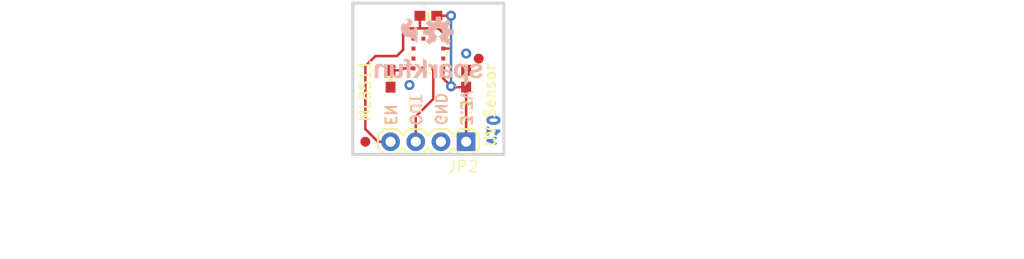
<source format=kicad_pcb>
(kicad_pcb (version 20211014) (generator pcbnew)
  (layers (0 "F.Cu" signal) (31 "B.Cu" signal) (34 "B.Paste" user) (35 "F.Paste" user) (36 "B.SilkS" user "B.Silkscreen") (37 "F.SilkS" user "F.Silkscreen") (38 "B.Mask" user) (39 "F.Mask" user) (44 "Edge.Cuts" user))
  (net 0 "")
  (net 1 "GND")
  (net 2 "3.3V")
  (net 3 "ENABLE")
  (net 4 "OUT")
  (net 5 "N$3")
  (footprint "boardEagle:ML8511" (layer "F.Cu") (at 148.5011 102.4636 -90)
    (fp_text reference "U1" hide)
    (fp_text value "ML8511-UV-SENSOR" hide)
    (fp_line (start 0.2 -1.9) (end -0.2 -1.9) (layer "F.SilkS") (width 0.2032))
    (fp_line (start 0.2 1.9) (end -0.2 1.9) (layer "F.SilkS") (width 0.2032))
    (fp_line (start -2 -0.2) (end -2 0.2) (layer "F.SilkS") (width 0.2032))
    (fp_line (start 2 0.2) (end 2 -0.2) (layer "F.SilkS") (width 0.2032))
    (pad "1" smd rect (at -1.5 1.5 270) (size 0.4 0.4) (layers "F.Cu" "F.Paste" "F.Mask"))
    (pad "2" smd rect (at -1.5 0.5 270) (size 0.4 0.4) (layers "F.Cu" "F.Paste" "F.Mask"))
    (pad "3" smd rect (at -1.5 -0.5 270) (size 0.4 0.4) (layers "F.Cu" "F.Paste" "F.Mask"))
    (pad "4" smd rect (at -1.5 -1.5 270) (size 0.4 0.4) (layers "F.Cu" "F.Paste" "F.Mask") (net 3 "ENABLE"))
    (pad "5" smd rect (at -0.5 -1.5 270) (size 0.4 0.4) (layers "F.Cu" "F.Paste" "F.Mask") (net 1 "GND"))
    (pad "6" smd rect (at 0.5 -1.5 270) (size 0.4 0.4) (layers "F.Cu" "F.Paste" "F.Mask"))
    (pad "7" smd rect (at 1.5 -1.5 270) (size 0.4 0.4) (layers "F.Cu" "F.Paste" "F.Mask") (net 2 "3.3V"))
    (pad "8" smd rect (at 1.5 -0.5 270) (size 0.4 0.4) (layers "F.Cu" "F.Paste" "F.Mask") (net 4 "OUT"))
    (pad "9" smd rect (at 1.5 0.5 270) (size 0.4 0.4) (layers "F.Cu" "F.Paste" "F.Mask"))
    (pad "10" smd rect (at 1.5 1.5 270) (size 0.4 0.4) (layers "F.Cu" "F.Paste" "F.Mask") (net 5 "N$3"))
    (pad "11" smd rect (at 0.5 1.5 270) (size 0.4 0.4) (layers "F.Cu" "F.Paste" "F.Mask"))
    (pad "12" smd rect (at -0.5 1.5 270) (size 0.4 0.4) (layers "F.Cu" "F.Paste" "F.Mask"))
  )
  (footprint "boardEagle:0603-CAP" (layer "F.Cu") (at 144.6911 105.0036 -90)
    (fp_text reference "C1" (at -0.889 -0.762 -90) (layer "F.SilkS") (effects (font (size 0.373888 0.373888) (thickness 0.032512)) (justify left bottom)))
    (fp_text value "1nF")
    (fp_line (start 0 -0.0305) (end 0 0.0305) (layer "F.SilkS") (width 0.5588))
    (pad "1" smd rect (at -0.85 0 270) (size 1.1 1) (layers "F.Cu" "F.Paste" "F.Mask") (net 5 "N$3"))
    (pad "2" smd rect (at 0.85 0 270) (size 1.1 1) (layers "F.Cu" "F.Paste" "F.Mask") (net 1 "GND"))
  )
  (footprint "boardEagle:0603-CAP" (layer "F.Cu") (at 152.3111 105.0036 90)
    (fp_text reference "C2" (at -0.889 -0.762 90) (layer "F.SilkS") (effects (font (size 0.373888 0.373888) (thickness 0.032512)) (justify left bottom)))
    (fp_text value "0.1uF")
    (fp_line (start 0 -0.0305) (end 0 0.0305) (layer "F.SilkS") (width 0.5588))
    (pad "1" smd rect (at -0.85 0 90) (size 1.1 1) (layers "F.Cu" "F.Paste" "F.Mask") (net 2 "3.3V"))
    (pad "2" smd rect (at 0.85 0 90) (size 1.1 1) (layers "F.Cu" "F.Paste" "F.Mask") (net 1 "GND"))
  )
  (footprint "boardEagle:FIDUCIAL-1X2" (layer "F.Cu") (at 153.5811 102.9716)
    (fp_text reference "FID1" hide)
    (fp_text value "FIDUCIAL1X2" hide)
    (pad "1" smd roundrect (at 0 0) (size 1 1) (layers "F.Cu" "F.Mask") (roundrect_rratio 0.5))
  )
  (footprint "boardEagle:STAND-OFF" (layer "F.Cu") (at 153.5811 99.9236)
    (fp_text reference "STANDOFF1" hide)
    (fp_text value "STAND-OFF" hide)
    (pad "" np_thru_hole circle (at 0 0) (size 3.302 3.302) (drill 3.302) (layers *.Cu *.Mask))
  )
  (footprint "boardEagle:1X04" (layer "F.Cu") (at 152.3111 111.3536 180)
    (fp_text reference "JP2" (at -1.3462 -1.8288 180) (layer "F.SilkS") (effects (font (size 1.143 1.143) (thickness 0.127)) (justify right top)))
    (fp_text value "")
    (fp_line (start 6.985 -1.27) (end 6.35 -0.635) (layer "F.SilkS") (width 0.2032))
    (fp_line (start -1.27 0.635) (end -0.635 1.27) (layer "F.SilkS") (width 0.2032))
    (fp_line (start 0.635 -1.27) (end 1.27 -0.635) (layer "F.SilkS") (width 0.2032))
    (fp_line (start 6.35 0.635) (end 5.715 1.27) (layer "F.SilkS") (width 0.2032))
    (fp_line (start 3.81 -0.635) (end 4.445 -1.27) (layer "F.SilkS") (width 0.2032))
    (fp_line (start 8.89 0.635) (end 8.255 1.27) (layer "F.SilkS") (width 0.2032))
    (fp_line (start 1.27 -0.635) (end 1.905 -1.27) (layer "F.SilkS") (width 0.2032))
    (fp_line (start 6.985 -1.27) (end 8.255 -1.27) (layer "F.SilkS") (width 0.2032))
    (fp_line (start 8.255 -1.27) (end 8.89 -0.635) (layer "F.SilkS") (width 0.2032))
    (fp_line (start -1.27 -0.635) (end -1.27 0.635) (layer "F.SilkS") (width 0.2032))
    (fp_line (start 1.27 0.635) (end 0.635 1.27) (layer "F.SilkS") (width 0.2032))
    (fp_line (start 0.635 1.27) (end -0.635 1.27) (layer "F.SilkS") (width 0.2032))
    (fp_line (start 8.89 -0.635) (end 8.89 0.635) (layer "F.SilkS") (width 0.2032))
    (fp_line (start 6.35 0.635) (end 6.985 1.27) (layer "F.SilkS") (width 0.2032))
    (fp_line (start 3.175 -1.27) (end 3.81 -0.635) (layer "F.SilkS") (width 0.2032))
    (fp_line (start -0.635 -1.27) (end -1.27 -0.635) (layer "F.SilkS") (width 0.2032))
    (fp_line (start 1.905 -1.27) (end 3.175 -1.27) (layer "F.SilkS") (width 0.2032))
    (fp_line (start 4.445 -1.27) (end 5.715 -1.27) (layer "F.SilkS") (width 0.2032))
    (fp_line (start 3.81 0.635) (end 3.175 1.27) (layer "F.SilkS") (width 0.2032))
    (fp_line (start 5.715 -1.27) (end 6.35 -0.635) (layer "F.SilkS") (width 0.2032))
    (fp_line (start 4.445 1.27) (end 3.81 0.635) (layer "F.SilkS") (width 0.2032))
    (fp_line (start 5.715 1.27) (end 4.445 1.27) (layer "F.SilkS") (width 0.2032))
    (fp_line (start -0.635 -1.27) (end 0.635 -1.27) (layer "F.SilkS") (width 0.2032))
    (fp_line (start 8.255 1.27) (end 6.985 1.27) (layer "F.SilkS") (width 0.2032))
    (fp_line (start 1.905 1.27) (end 1.27 0.635) (layer "F.SilkS") (width 0.2032))
    (fp_line (start 3.175 1.27) (end 1.905 1.27) (layer "F.SilkS") (width 0.2032))
    (pad "1" thru_hole rect (at 0 0 270) (size 1.8796 1.8796) (drill 1.016) (layers *.Cu *.Mask) (net 2 "3.3V"))
    (pad "2" thru_hole circle (at 2.54 0 270) (size 1.8796 1.8796) (drill 1.016) (layers *.Cu *.Mask) (net 1 "GND"))
    (pad "3" thru_hole circle (at 5.08 0 270) (size 1.8796 1.8796) (drill 1.016) (layers *.Cu *.Mask) (net 4 "OUT"))
    (pad "4" thru_hole circle (at 7.62 0 270) (size 1.8796 1.8796) (drill 1.016) (layers *.Cu *.Mask) (net 3 "ENABLE"))
  )
  (footprint "boardEagle:CREATIVE_COMMONS" (layer "F.Cu") (at 125.6411 122.7836)
    (fp_text reference "FRAME2" hide)
    (fp_text value "FRAME-LETTER" hide)
  )
  (footprint "boardEagle:FIDUCIAL-1X2" (layer "F.Cu") (at 142.1511 111.3536)
    (fp_text reference "FID2" hide)
    (fp_text value "FIDUCIAL1X2" hide)
    (pad "1" smd roundrect (at 0 0) (size 1 1) (layers "F.Cu" "F.Mask") (roundrect_rratio 0.5))
  )
  (footprint "boardEagle:STAND-OFF" (layer "F.Cu") (at 143.4211 99.9236)
    (fp_text reference "STANDOFF2" hide)
    (fp_text value "STAND-OFF" hide)
    (pad "" np_thru_hole circle (at 0 0) (size 3.302 3.302) (drill 3.302) (layers *.Cu *.Mask))
  )
  (footprint "boardEagle:0603-RES" (layer "F.Cu") (at 148.5011 98.6536)
    (fp_text reference "R1" (at -0.889 -0.762) (layer "F.SilkS") (effects (font (size 0.373888 0.373888) (thickness 0.032512)) (justify left bottom)))
    (fp_text value "10K")
    (fp_poly (pts (xy -0.2286 0.381) (xy 0.2286 0.381) (xy 0.2286 -0.381) (xy -0.2286 -0.381)) (layer "F.SilkS") (width 0) (fill solid))
    (pad "1" smd rect (at -0.85 0) (size 1.1 1) (layers "F.Cu" "F.Paste" "F.Mask") (net 3 "ENABLE"))
    (pad "2" smd rect (at 0.85 0) (size 1.1 1) (layers "F.Cu" "F.Paste" "F.Mask") (net 2 "3.3V"))
  )
  (footprint "boardEagle:OSHW-LOGO-S" (layer "B.Cu") (at 149.5171 100.3046 180)
    (fp_text reference "LOGO2" hide)
    (fp_text value "OSHW-LOGOS" hide)
    (fp_poly (pts (xy 0.301647 1.061351) (xy 0.42347 1.022344) (xy 0.537177 0.963769) (xy 0.92862 1.282946) (xy 1.282946 0.92862) (xy 0.961035 0.533823) (xy 1.057046 0.302084) (xy 1.5638 0.250561) (xy 1.5638 -0.250561) (xy 1.057046 -0.302084) (xy 0.961035 -0.533823) (xy 1.282946 -0.92862) (xy 0.92862 -1.282946) (xy 0.537177 -0.96377) (xy 0.356601 -1.056794) (xy 0.088679 -0.410073) (xy 0.326262 -0.2176) (xy 0.373649 -0.121468) (xy 0.392729 -0.010339) (xy 0.379464 0.101634) (xy 0.334947 0.205229) (xy 0.262842 0.291918) (xy 0.169087 0.354561) (xy 0.061406 0.387999) (xy -0.051342 0.38948) (xy -0.159868 0.358881) (xy -0.255234 0.298724) (xy -0.329589 0.213962) (xy -0.376813 0.111569) (xy -0.392176 0.005767) (xy -0.322923 -0.222565) (xy -0.249312 -0.303773) (xy 0.091677 -0.5081) (xy -0.12929 -0.5081) (xy -0.355332 -1.053732) (xy -0.506597 -0.983577) (xy -0.538922 -0.965192) (xy -0.92862 -1.282946) (xy -1.282946 -0.92862) (xy -0.961035 -0.533823) (xy -1.057046 -0.302084) (xy -1.5638 -0.250561) (xy -1.5638 0.250561) (xy -1.057046 0.302084) (xy -0.961035 0.533823) (xy -1.282946 0.92862) (xy -0.92862 1.282946) (xy -0.533823 0.961035) (xy -0.302084 1.057046) (xy -0.250561 1.5638) (xy 0.250561 1.5638)) (layer "B.SilkS") (width 0) (fill solid))
  )
  (footprint "boardEagle:SFE_LOGO_NAME_.1" (layer "B.Cu") (at 154.4701 106.2736 180)
    (fp_text reference "LOGO4" hide)
    (fp_text value "SFE_LOGO_NAME.1_INCH" hide)
    (fp_poly (pts (xy 1.37 2.78) (xy 1.47 2.75) (xy 1.56 2.7) (xy 1.64 2.64) (xy 1.71 2.56) (xy 1.75 2.46) (xy 1.77 2.35) (xy 1.4 2.35) (xy 1.39 2.4) (xy 1.38 2.44) (xy 1.32 2.5) (xy 1.28 2.52) (xy 1.24 2.53) (xy 1.19 2.54) (xy 1.1 2.54) (xy 1.07 2.53) (xy 1.03 2.53) (xy 1 2.52) (xy 0.94 2.48) (xy 0.93 2.45) (xy 0.92 2.41) (xy 0.93 2.36) (xy 0.96 2.32) (xy 1 2.29) (xy 1.06 2.27) (xy 1.2 2.23) (xy 1.28 2.22) (xy 1.36 2.2) (xy 1.45 2.18) (xy 1.53 2.15) (xy 1.6 2.12) (xy 1.67 2.08) (xy 1.73 2.03) (xy 1.77 1.97) (xy 1.8 1.89) (xy 1.81 1.8) (xy 1.8 1.67) (xy 1.75 1.57) (xy 1.69 1.48) (xy 1.61 1.42) (xy 1.51 1.37) (xy 1.4 1.33) (xy 1.28 1.31) (xy 1.04 1.31) (xy 0.92 1.33) (xy 0.81 1.37) (xy 0.71 1.42) (xy 0.63 1.48) (xy 0.56 1.57) (xy 0.52 1.68) (xy 0.5 1.8) (xy 0.87 1.8) (xy 0.88 1.74) (xy 0.9 1.7) (xy 0.92 1.65) (xy 0.96 1.62) (xy 1.06 1.58) (xy 1.11 1.57) (xy 1.17 1.56) (xy 1.21 1.57) (xy 1.25 1.57) (xy 1.3 1.59) (xy 1.34 1.6) (xy 1.4 1.66) (xy 1.42 1.7) (xy 1.42 1.75) (xy 1.41 1.79) (xy 1.39 1.82) (xy 1.36 1.85) (xy 1.31 1.88) (xy 1.17 1.92) (xy 1.08 1.94) (xy 0.98 1.96) (xy 0.9 1.99) (xy 0.82 2.01) (xy 0.74 2.04) (xy 0.67 2.08) (xy 0.57 2.18) (xy 0.54 2.26) (xy 0.53 2.34) (xy 0.55 2.47) (xy 0.59 2.57) (xy 0.65 2.64) (xy 0.73 2.7) (xy 0.82 2.75) (xy 0.92 2.78) (xy 1.03 2.79) (xy 1.15 2.8)) (layer "B.SilkS") (width 0) (fill solid))
    (fp_poly (pts (xy 8.34 3.29) (xy 8.44 3.29) (xy 8.44 3) (xy 8.26 3) (xy 8.2 2.98) (xy 8.18 2.97) (xy 8.17 2.94) (xy 8.16 2.92) (xy 8.15 2.88) (xy 8.15 2.76) (xy 8.42 2.76) (xy 8.42 2.5) (xy 8.15 2.5) (xy 8.15 1.34) (xy 7.76 1.34) (xy 7.76 2.5) (xy 7.38 2.5) (xy 7.44 2.56) (xy 7.48 2.59) (xy 7.51 2.63) (xy 7.57 2.69) (xy 7.61 2.72) (xy 7.64 2.76) (xy 7.76 2.76) (xy 7.76 2.87) (xy 7.77 2.96) (xy 7.79 3.04) (xy 7.83 3.11) (xy 7.88 3.17) (xy 7.94 3.23) (xy 8.02 3.26) (xy 8.12 3.29) (xy 8.23 3.3) (xy 8.31 3.3)) (layer "B.SilkS") (width 0) (fill solid))
    (fp_poly (pts (xy 2.92 2.78) (xy 3.05 2.73) (xy 3.16 2.66) (xy 3.25 2.57) (xy 3.32 2.45) (xy 3.37 2.32) (xy 3.4 2.18) (xy 3.4 2.04) (xy 3.02 2.05) (xy 3 2.21) (xy 2.97 2.29) (xy 2.94 2.36) (xy 2.89 2.42) (xy 2.83 2.46) (xy 2.76 2.49) (xy 2.68 2.5) (xy 2.59 2.49) (xy 2.52 2.46) (xy 2.46 2.42) (xy 2.41 2.36) (xy 2.38 2.29) (xy 2.34 2.13) (xy 2.34 1.96) (xy 2.38 1.8) (xy 2.46 1.68) (xy 2.52 1.64) (xy 2.59 1.61) (xy 2.68 1.6) (xy 2.77 1.61) (xy 2.84 1.64) (xy 2.9 1.68) (xy 2.98 1.8) (xy 3.32 1.64) (xy 3.25 1.53) (xy 3.16 1.44) (xy 3.06 1.37) (xy 2.93 1.32) (xy 2.78 1.31) (xy 2.72 1.31) (xy 2.66 1.32) (xy 2.54 1.36) (xy 2.49 1.39) (xy 2.44 1.43) (xy 2.4 1.47) (xy 2.36 1.52) (xy 2.36 0.5) (xy 2.31 0.54) (xy 2.26 0.59) (xy 2.16 0.67) (xy 2.07 0.76) (xy 2.02 0.8) (xy 1.97 0.85) (xy 1.97 2.69) (xy 2.02 2.7) (xy 2.06 2.71) (xy 2.11 2.72) (xy 2.15 2.72) (xy 2.25 2.74) (xy 2.29 2.75) (xy 2.34 2.76) (xy 2.34 2.58) (xy 2.42 2.68) (xy 2.52 2.74) (xy 2.58 2.77) (xy 2.76 2.8)) (layer "B.SilkS") (width 0) (fill solid))
    (fp_poly (pts (xy 3.4 2.04) (xy 3.39 1.9) (xy 3.37 1.76) (xy 3.32 1.64) (xy 2.98 1.8) (xy 3 1.88) (xy 3.01 1.96) (xy 3.02 2.05)) (layer "B.SilkS") (width 0) (fill solid))
    (fp_poly (pts (xy 4.29 1.98) (xy 4.27 1.97) (xy 4.23 1.97) (xy 4.2 1.96) (xy 4.16 1.96) (xy 4.13 1.95) (xy 4.11 1.95) (xy 4.09 1.94) (xy 4.07 1.94) (xy 3.99 2.15) (xy 4.08 2.17) (xy 4.17 2.18) (xy 4.25 2.19)) (layer "B.SilkS") (width 0) (fill solid))
    (fp_poly (pts (xy 6.51 2.25) (xy 7 2.76) (xy 7.46 2.76) (xy 6.93 2.24) (xy 7.52 1.34) (xy 7.05 1.34) (xy 6.66 1.98) (xy 6.51 1.83) (xy 6.51 1.34) (xy 6.13 1.34) (xy 6.13 3.08) (xy 6.51 3.3)) (layer "B.SilkS") (width 0) (fill solid))
    (fp_poly (pts (xy 4.39 2.78) (xy 4.44 2.78) (xy 4.49 2.77) (xy 4.55 2.75) (xy 4.59 2.74) (xy 4.64 2.72) (xy 4.68 2.7) (xy 4.72 2.67) (xy 4.79 2.6) (xy 4.81 2.55) (xy 4.83 2.51) (xy 4.85 2.39) (xy 4.85 1.49) (xy 4.86 1.47) (xy 4.86 1.43) (xy 4.87 1.41) (xy 4.87 1.4) (xy 4.88 1.38) (xy 4.88 1.37) (xy 4.89 1.35) (xy 4.89 1.34) (xy 4.5 1.34) (xy 4.5 1.36) (xy 4.49 1.37) (xy 4.49 1.38) (xy 4.48 1.39) (xy 4.48 1.45) (xy 4.47 1.46) (xy 4.47 1.48) (xy 4.45 1.46) (xy 4.43 1.43) (xy 4.4 1.41) (xy 4.37 1.4) (xy 4.34 1.38) (xy 4.32 1.37) (xy 4.29 1.35) (xy 4.26 1.34) (xy 4.22 1.33) (xy 4.19 1.32) (xy 4.16 1.32) (xy 4.13 1.31) (xy 4.06 1.31) (xy 4.03 1.3) (xy 3.95 1.3) (xy 3.9 1.31) (xy 3.85 1.31) (xy 3.81 1.33) (xy 3.77 1.34) (xy 3.69 1.38) (xy 3.66 1.4) (xy 3.6 1.46) (xy 3.57 1.5) (xy 3.55 1.54) (xy 3.53 1.62) (xy 3.52 1.67) (xy 3.52 1.72) (xy 3.53 1.83) (xy 3.56 1.92) (xy 3.61 1.99) (xy 3.67 2.05) (xy 3.74 2.09) (xy 3.82 2.12) (xy 3.91 2.14) (xy 3.99 2.15) (xy 4.07 1.94) (xy 3.97 1.89) (xy 3.93 1.85) (xy 3.91 1.81) (xy 3.91 1.77) (xy 3.9 1.74) (xy 3.91 1.72) (xy 3.91 1.7) (xy 3.92 1.67) (xy 3.92 1.66) (xy 3.93 1.64) (xy 3.96 1.61) (xy 3.98 1.6) (xy 3.99 1.59) (xy 4.01 1.58) (xy 4.03 1.58) (xy 4.05 1.57) (xy 4.2 1.57) (xy 4.32 1.6) (xy 4.35 1.62) (xy 4.4 1.67) (xy 4.41 1.7) (xy 4.43 1.72) (xy 4.44 1.75) (xy 4.44 1.78) (xy 4.45 1.8) (xy 4.45 1.83) (xy 4.46 1.85) (xy 4.46 2.04) (xy 4.44 2.03) (xy 4.43 2.02) (xy 4.41 2.01) (xy 4.4 2) (xy 4.38 2) (xy 4.34 1.98) (xy 4.29 1.98) (xy 4.25 2.19) (xy 4.32 2.2) (xy 4.38 2.22) (xy 4.42 2.25) (xy 4.45 2.29) (xy 4.46 2.34) (xy 4.46 2.37) (xy 4.45 2.4) (xy 4.45 2.42) (xy 4.43 2.46) (xy 4.4 2.49) (xy 4.34 2.52) (xy 4.32 2.52) (xy 4.3 2.53) (xy 4.23 2.53) (xy 4.21 2.54) (xy 4.18 2.53) (xy 4.13 2.53) (xy 4.1 2.52) (xy 4.08 2.52) (xy 4.04 2.5) (xy 3.98 2.44) (xy 3.96 2.4) (xy 3.96 2.37) (xy 3.95 2.35) (xy 3.95 2.32) (xy 3.56 2.32) (xy 3.57 2.39) (xy 3.58 2.44) (xy 3.6 2.5) (xy 3.63 2.55) (xy 3.66 2.59) (xy 3.7 2.63) (xy 3.78 2.69) (xy 3.83 2.72) (xy 3.93 2.76) (xy 4.11 2.79) (xy 4.33 2.79)) (layer "B.SilkS") (width 0) (fill solid))
    (fp_poly (pts (xy 11.01 2.78) (xy 11.13 2.75) (xy 11.22 2.7) (xy 11.28 2.64) (xy 11.33 2.55) (xy 11.37 2.45) (xy 11.38 2.34) (xy 11.39 2.21) (xy 11.39 1.34) (xy 11 1.34) (xy 11 2.22) (xy 10.99 2.29) (xy 10.97 2.35) (xy 10.94 2.4) (xy 10.91 2.44) (xy 10.87 2.47) (xy 10.75 2.49) (xy 10.61 2.47) (xy 10.56 2.44) (xy 10.52 2.39) (xy 10.49 2.34) (xy 10.47 2.27) (xy 10.45 2.18) (xy 10.45 1.34) (xy 10.06 1.34) (xy 10.06 2.58) (xy 10.07 2.76) (xy 10.43 2.76) (xy 10.43 2.56) (xy 10.44 2.56) (xy 10.48 2.62) (xy 10.52 2.67) (xy 10.58 2.71) (xy 10.63 2.74) (xy 10.75 2.78) (xy 10.87 2.8)) (layer "B.SilkS") (width 0) (fill solid))
    (fp_poly (pts (xy 8.92 1.88) (xy 8.93 1.81) (xy 8.95 1.75) (xy 8.97 1.7) (xy 9.01 1.66) (xy 9.05 1.63) (xy 9.1 1.62) (xy 9.17 1.61) (xy 9.24 1.62) (xy 9.3 1.63) (xy 9.35 1.66) (xy 9.4 1.71) (xy 9.43 1.76) (xy 9.45 1.83) (xy 9.46 1.92) (xy 9.47 2.02) (xy 9.47 2.76) (xy 9.85 2.76) (xy 9.85 1.34) (xy 9.48 1.34) (xy 9.48 1.54) (xy 9.44 1.48) (xy 9.39 1.44) (xy 9.34 1.39) (xy 9.29 1.36) (xy 9.17 1.32) (xy 9.11 1.31) (xy 9.04 1.3) (xy 8.9 1.32) (xy 8.79 1.35) (xy 8.7 1.4) (xy 8.63 1.46) (xy 8.58 1.55) (xy 8.55 1.65) (xy 8.53 1.76) (xy 8.53 2.76) (xy 8.92 2.76)) (layer "B.SilkS") (width 0) (fill solid))
    (fp_poly (pts (xy 5.97 2.78) (xy 5.97 2.42) (xy 5.96 2.42) (xy 5.94 2.43) (xy 5.83 2.43) (xy 5.73 2.42) (xy 5.65 2.4) (xy 5.59 2.36) (xy 5.53 2.3) (xy 5.47 2.16) (xy 5.45 2.07) (xy 5.45 1.34) (xy 5.06 1.34) (xy 5.06 2.69) (xy 5.16 2.71) (xy 5.2 2.72) (xy 5.25 2.72) (xy 5.3 2.73) (xy 5.34 2.74) (xy 5.39 2.75) (xy 5.43 2.76) (xy 5.43 2.49) (xy 5.44 2.49) (xy 5.47 2.56) (xy 5.51 2.62) (xy 5.56 2.67) (xy 5.68 2.75) (xy 5.82 2.79) (xy 5.96 2.79)) (layer "B.SilkS") (width 0) (fill solid))
  )
  (footprint "boardEagle:SFE_LOGO_FLAME_.1" (layer "B.Cu") (at 147.7391 101.8286 180)
    (fp_text reference "LOGO3" hide)
    (fp_text value "SFE_LOGO_FLAME.1_INCH" hide)
    (fp_poly (pts (xy 1.4 2.87) (xy 1.54 2.8) (xy 1.58 2.77) (xy 1.59 2.76) (xy 1.58 2.76) (xy 1.56 2.77) (xy 1.5 2.77) (xy 1.46 2.76) (xy 1.41 2.75) (xy 1.37 2.73) (xy 1.33 2.7) (xy 1.31 2.67) (xy 1.3 2.65) (xy 1.29 2.62) (xy 1.29 2.56) (xy 1.3 2.52) (xy 1.34 2.46) (xy 1.4 2.4) (xy 1.44 2.37) (xy 1.47 2.35) (xy 1.51 2.33) (xy 1.59 2.31) (xy 1.62 2.31) (xy 1.65 2.32) (xy 1.68 2.35) (xy 1.69 2.37) (xy 1.7 2.4) (xy 1.7 2.49) (xy 1.78 2.44) (xy 1.86 2.35) (xy 1.93 2.24) (xy 1.98 2.09) (xy 2.01 1.93) (xy 2 1.76) (xy 1.95 1.57) (xy 1.85 1.39) (xy 1.78 1.3) (xy 1.7 1.22) (xy 1.62 1.15) (xy 1.52 1.09) (xy 1.42 1.05) (xy 1.31 1.02) (xy 1.19 1) (xy 1 1) (xy 0.94 0.99) (xy 0.84 0.93) (xy 0.74 0.83) (xy 0.62 0.69) (xy 0.5 0.57) (xy 0.45 0.51) (xy 0.4 0.46) (xy 0.37 0.41) (xy 0.32 0.36) (xy 0.32 1.73) (xy 0.33 1.81) (xy 0.35 1.88) (xy 0.41 1.98) (xy 0.46 2.02) (xy 0.5 2.05) (xy 0.55 2.07) (xy 0.6 2.08) (xy 0.66 2.09) (xy 0.78 2.09) (xy 0.82 2.07) (xy 0.81 2.06) (xy 0.77 2.04) (xy 0.74 2.03) (xy 0.68 1.97) (xy 0.67 1.94) (xy 0.67 1.9) (xy 0.68 1.87) (xy 0.7 1.84) (xy 0.76 1.78) (xy 0.81 1.76) (xy 0.86 1.75) (xy 0.94 1.75) (xy 1.02 1.77) (xy 1.08 1.81) (xy 1.12 1.86) (xy 1.14 1.92) (xy 1.14 1.99) (xy 1.11 2.07) (xy 1.04 2.14) (xy 0.96 2.23) (xy 0.89 2.31) (xy 0.84 2.4) (xy 0.82 2.49) (xy 0.82 2.57) (xy 0.85 2.66) (xy 0.9 2.74) (xy 0.99 2.81) (xy 1.1 2.87) (xy 1.21 2.89) (xy 1.31 2.89)) (layer "B.SilkS") (width 0) (fill solid))
  )
  (gr_line (start 140.8811 112.6236) (end 156.1211 112.6236) (layer "Edge.Cuts") (width 0.3048))
  (gr_line (start 156.1211 97.3836) (end 140.8811 97.3836) (layer "Edge.Cuts") (width 0.3048))
  (gr_line (start 156.1211 112.6236) (end 156.1211 97.3836) (layer "Edge.Cuts") (width 0.3048))
  (gr_line (start 140.8811 97.3836) (end 140.8811 112.6236) (layer "Edge.Cuts") (width 0.3048))
  (gr_text "v10" (at 154.3431 111.8616 -90) (layer "B.Cu") (effects (font (size 1.13792 1.13792) (thickness 0.28448)) (justify left bottom mirror)))
  (gr_text "OUT" (at 146.5961 109.8296 -90) (layer "B.SilkS") (effects (font (size 1.0795 1.0795) (thickness 0.1905)) (justify left bottom mirror)))
  (gr_text "GND" (at 149.1361 109.8296 -90) (layer "B.SilkS") (effects (font (size 1.0795 1.0795) (thickness 0.1905)) (justify left bottom mirror)))
  (gr_text "3.3V" (at 151.6761 109.8296 -90) (layer "B.SilkS") (effects (font (size 1.0795 1.0795) (thickness 0.1905)) (justify left bottom mirror)))
  (gr_text "EN" (at 144.0561 109.8296 -90) (layer "B.SilkS") (effects (font (size 1.0795 1.0795) (thickness 0.1905)) (justify left bottom mirror)))
  (gr_text "3.3" (at 152.9461 109.8296 90) (layer "F.SilkS") (effects (font (size 1.0795 1.0795) (thickness 0.1905)) (justify left bottom)))
  (gr_text "UV Sensor" (at 155.3591 111.9886 90) (layer "F.SilkS") (effects (font (size 1.0795 1.0795) (thickness 0.1905)) (justify left bottom)))
  (gr_text "OUT" (at 147.8661 109.8296 90) (layer "F.SilkS") (effects (font (size 1.0795 1.0795) (thickness 0.1905)) (justify left bottom)))
  (gr_text "GND" (at 150.4061 109.8296 90) (layer "F.SilkS") (effects (font (size 1.0795 1.0795) (thickness 0.1905)) (justify left bottom)))
  (gr_text "ML8511" (at 142.7861 109.4486 90) (layer "F.SilkS") (effects (font (size 1.0795 1.0795) (thickness 0.1905)) (justify left bottom)))
  (gr_text "EN" (at 145.3261 109.8296 90) (layer "F.SilkS") (effects (font (size 1.0795 1.0795) (thickness 0.1905)) (justify left bottom)))
  (segment (start 150.0011 101.9636) (end 150.5411 101.9636) (width 0.254) (layer "F.Cu") (net 1))
  (via (at 146.5961 105.6386) (size 1.016) (drill 0.508) (layers "F.Cu" "B.Cu") (net 1))
  (via (at 152.3111 102.4636) (size 1.016) (drill 0.508) (layers "F.Cu" "B.Cu") (net 1))
  (segment (start 150.0011 104.9796) (end 150.7871 105.7656) (width 0.254) (layer "F.Cu") (net 2))
  (segment (start 150.0011 103.9636) (end 150.0011 104.9796) (width 0.254) (layer "F.Cu") (net 2))
  (segment (start 149.3511 98.6536) (end 150.7871 98.6536) (width 0.254) (layer "F.Cu") (net 2))
  (segment (start 150.8751 105.8536) (end 150.7871 105.7656) (width 0.254) (layer "F.Cu") (net 2))
  (segment (start 152.3111 105.8536) (end 150.8751 105.8536) (width 0.254) (layer "F.Cu") (net 2))
  (segment (start 152.3111 105.8536) (end 152.3111 111.3536) (width 0.254) (layer "F.Cu") (net 2))
  (via (at 150.7871 98.6536) (size 1.016) (drill 0.508) (layers "F.Cu" "B.Cu") (net 2))
  (via (at 150.7871 105.7656) (size 1.016) (drill 0.508) (layers "F.Cu" "B.Cu") (net 2))
  (segment (start 150.7871 98.6536) (end 150.7871 105.7656) (width 0.254) (layer "B.Cu") (net 2))
  (segment (start 147.6511 98.6536) (end 147.6511 99.8846) (width 0.254) (layer "F.Cu") (net 3))
  (segment (start 142.1511 110.0836) (end 143.4211 111.3536) (width 0.254) (layer "F.Cu") (net 3))
  (segment (start 146.4691 99.9236) (end 145.9611 100.4316) (width 0.254) (layer "F.Cu") (net 3))
  (segment (start 150.0011 100.9636) (end 150.0011 100.4076) (width 0.254) (layer "F.Cu") (net 3))
  (segment (start 147.6511 99.8846) (end 147.6121 99.9236) (width 0.254) (layer "F.Cu") (net 3))
  (segment (start 145.9611 102.0826) (end 145.3261 102.7176) (width 0.254) (layer "F.Cu") (net 3))
  (segment (start 147.6121 99.9236) (end 146.4691 99.9236) (width 0.254) (layer "F.Cu") (net 3))
  (segment (start 143.1671 102.7176) (end 142.1511 103.7336) (width 0.254) (layer "F.Cu") (net 3))
  (segment (start 145.3261 102.7176) (end 143.1671 102.7176) (width 0.254) (layer "F.Cu") (net 3))
  (segment (start 145.9611 100.4316) (end 145.9611 102.0826) (width 0.254) (layer "F.Cu") (net 3))
  (segment (start 150.0011 100.4076) (end 149.5171 99.9236) (width 0.254) (layer "F.Cu") (net 3))
  (segment (start 143.4211 111.3536) (end 144.6911 111.3536) (width 0.254) (layer "F.Cu") (net 3))
  (segment (start 149.5171 99.9236) (end 147.6121 99.9236) (width 0.254) (layer "F.Cu") (net 3))
  (segment (start 142.1511 103.7336) (end 142.1511 110.0836) (width 0.254) (layer "F.Cu") (net 3))
  (segment (start 149.0011 107.0436) (end 147.2311 108.8136) (width 0.254) (layer "F.Cu") (net 4))
  (segment (start 147.2311 108.8136) (end 147.2311 111.3536) (width 0.254) (layer "F.Cu") (net 4))
  (segment (start 149.0011 103.9636) (end 149.0011 107.0436) (width 0.254) (layer "F.Cu") (net 4))
  (segment (start 145.9851 103.9636) (end 145.7951 104.1536) (width 0.254) (layer "F.Cu") (net 5))
  (segment (start 147.0011 103.9636) (end 145.9851 103.9636) (width 0.254) (layer "F.Cu") (net 5))
  (segment (start 144.6911 104.1536) (end 145.7951 104.1536) (width 0.254) (layer "F.Cu") (net 5))
)
</source>
